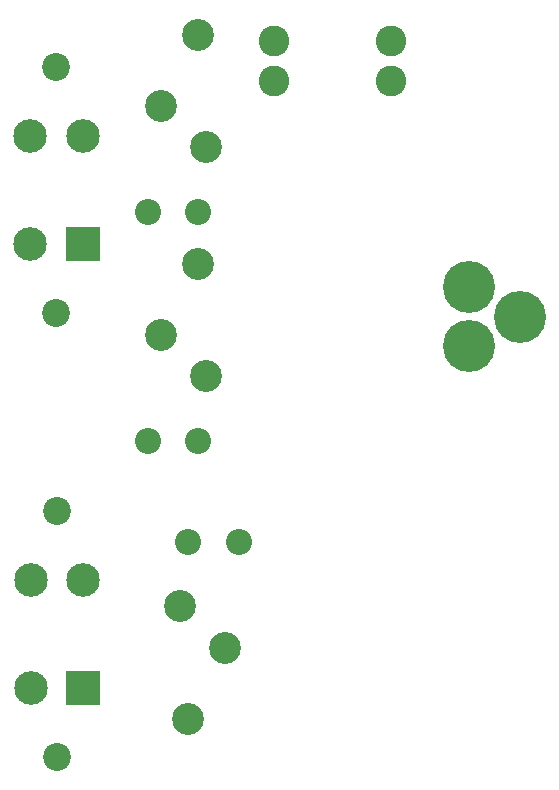
<source format=gts>
%FSLAX23Y23*%
%MOIN*%
%SFA1B1*%

%IPPOS*%
%ADD14C,0.111940*%
%ADD15R,0.111940X0.111940*%
%ADD16C,0.093040*%
%ADD17C,0.106420*%
%ADD18C,0.086740*%
%ADD19C,0.173350*%
%ADD20C,0.102490*%
%LNshift_relays-1*%
%LPD*%
G54D14*
X1720Y1393D03*
X1545D03*
Y1034D03*
X1543Y2514D03*
Y2873D03*
X1718D03*
G54D15*
X1720Y1034D03*
X1718Y2514D03*
G54D16*
X1632Y1624D03*
Y803D03*
X1630Y2283D03*
Y3103D03*
G54D17*
X2068Y932D03*
X2043Y1306D03*
X2192Y1168D03*
X1980Y2211D03*
X2129Y2073D03*
X2104Y2447D03*
X1980Y2975D03*
X2129Y2837D03*
X2104Y3211D03*
G54D18*
X2238Y1522D03*
X2068D03*
X2104Y1857D03*
X1935D03*
X2104Y2621D03*
X1935D03*
G54D19*
X3005Y2371D03*
X3176Y2272D03*
X3005Y2174D03*
G54D20*
X2355Y3190D03*
X2746D03*
X2355Y3056D03*
X2746D03*
M02*
</source>
